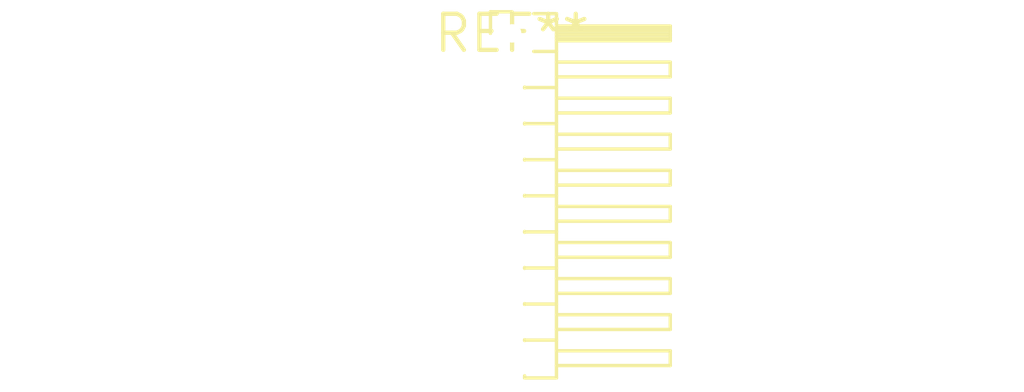
<source format=kicad_pcb>
(kicad_pcb (version 20240108) (generator pcbnew)
  (layers (0 "F.Cu" signal) (31 "B.Cu" signal) (34 "B.Paste" user) (35 "F.Paste" user) (36 "B.SilkS" user "B.Silkscreen") (37 "F.SilkS" user "F.Silkscreen") (38 "B.Mask" user) (39 "F.Mask" user) (44 "Edge.Cuts" user))
  (net 0 "")
  (footprint "PinHeader_1x10_P1.27mm_Horizontal" (layer "F.Cu") (at 0 0)
    (property "Reference" "REF**")
    (property "Value" "PinHeader_1x10_P1.27mm_Horizontal")
    (fp_line (start -0.76 -0.76) (end 0 -0.76) (layer "F.SilkS") (stroke (width 0.12)))
    (fp_line (start -0.76 0) (end -0.76 -0.76) (layer "F.SilkS") (stroke (width 0.12)))
    (fp_line (start 0.44 1.889677) (end 0.44 1.920323) (layer "F.SilkS") (stroke (width 0.12)))
    (fp_line (start 0.44 1.905) (end 1.56 1.905) (layer "F.SilkS") (stroke (width 0.12)))
    (fp_line (start 0.44 3.159677) (end 0.44 3.190323) (layer "F.SilkS") (stroke (width 0.12)))
    (fp_line (start 0.44 3.175) (end 1.56 3.175) (layer "F.SilkS") (stroke (width 0.12)))
    (fp_line (start 0.44 4.429677) (end 0.44 4.460323) (layer "F.SilkS") (stroke (width 0.12)))
    (fp_line (start 0.44 4.445) (end 1.56 4.445) (layer "F.SilkS") (stroke (width 0.12)))
    (fp_line (start 0.44 5.699677) (end 0.44 5.730323) (layer "F.SilkS") (stroke (width 0.12)))
    (fp_line (start 0.44 5.715) (end 1.56 5.715) (layer "F.SilkS") (stroke (width 0.12)))
    (fp_line (start 0.44 6.969677) (end 0.44 7.000323) (layer "F.SilkS") (stroke (width 0.12)))
    (fp_line (start 0.44 6.985) (end 1.56 6.985) (layer "F.SilkS") (stroke (width 0.12)))
    (fp_line (start 0.44 8.239677) (end 0.44 8.270323) (layer "F.SilkS") (stroke (width 0.12)))
    (fp_line (start 0.44 8.255) (end 1.56 8.255) (layer "F.SilkS") (stroke (width 0.12)))
    (fp_line (start 0.44 9.509677) (end 0.44 9.540323) (layer "F.SilkS") (stroke (width 0.12)))
    (fp_line (start 0.44 9.525) (end 1.56 9.525) (layer "F.SilkS") (stroke (width 0.12)))
    (fp_line (start 0.44 10.779677) (end 0.44 10.810323) (layer "F.SilkS") (stroke (width 0.12)))
    (fp_line (start 0.44 10.795) (end 1.56 10.795) (layer "F.SilkS") (stroke (width 0.12)))
    (fp_line (start 0.44 12.125) (end 0.44 12.049677) (layer "F.SilkS") (stroke (width 0.12)))
    (fp_line (start 0.76 -0.695) (end 1.56 -0.695) (layer "F.SilkS") (stroke (width 0.12)))
    (fp_line (start 0.76 0.635) (end 1.56 0.635) (layer "F.SilkS") (stroke (width 0.12)))
    (fp_line (start 1.56 -0.695) (end 1.56 12.125) (layer "F.SilkS") (stroke (width 0.12)))
    (fp_line (start 1.56 -0.26) (end 5.56 -0.26) (layer "F.SilkS") (stroke (width 0.12)))
    (fp_line (start 1.56 -0.2) (end 5.56 -0.2) (layer "F.SilkS") (stroke (width 0.12)))
    (fp_line (start 1.56 -0.08) (end 5.56 -0.08) (layer "F.SilkS") (stroke (width 0.12)))
    (fp_line (start 1.56 0.04) (end 5.56 0.04) (layer "F.SilkS") (stroke (width 0.12)))
    (fp_line (start 1.56 0.16) (end 5.56 0.16) (layer "F.SilkS") (stroke (width 0.12)))
    (fp_line (start 1.56 1.01) (end 5.56 1.01) (layer "F.SilkS") (stroke (width 0.12)))
    (fp_line (start 1.56 2.28) (end 5.56 2.28) (layer "F.SilkS") (stroke (width 0.12)))
    (fp_line (start 1.56 3.55) (end 5.56 3.55) (layer "F.SilkS") (stroke (width 0.12)))
    (fp_line (start 1.56 4.82) (end 5.56 4.82) (layer "F.SilkS") (stroke (width 0.12)))
    (fp_line (start 1.56 6.09) (end 5.56 6.09) (layer "F.SilkS") (stroke (width 0.12)))
    (fp_line (start 1.56 7.36) (end 5.56 7.36) (layer "F.SilkS") (stroke (width 0.12)))
    (fp_line (start 1.56 8.63) (end 5.56 8.63) (layer "F.SilkS") (stroke (width 0.12)))
    (fp_line (start 1.56 9.9) (end 5.56 9.9) (layer "F.SilkS") (stroke (width 0.12)))
    (fp_line (start 1.56 11.17) (end 5.56 11.17) (layer "F.SilkS") (stroke (width 0.12)))
    (fp_line (start 1.56 12.125) (end 0.44 12.125) (layer "F.SilkS") (stroke (width 0.12)))
    (fp_line (start 5.56 -0.26) (end 5.56 0.26) (layer "F.SilkS") (stroke (width 0.12)))
    (fp_line (start 5.56 0.26) (end 1.56 0.26) (layer "F.SilkS") (stroke (width 0.12)))
    (fp_line (start 5.56 1.01) (end 5.56 1.53) (layer "F.SilkS") (stroke (width 0.12)))
    (fp_line (start 5.56 1.53) (end 1.56 1.53) (layer "F.SilkS") (stroke (width 0.12)))
    (fp_line (start 5.56 2.28) (end 5.56 2.8) (layer "F.SilkS") (stroke (width 0.12)))
    (fp_line (start 5.56 2.8) (end 1.56 2.8) (layer "F.SilkS") (stroke (width 0.12)))
    (fp_line (start 5.56 3.55) (end 5.56 4.07) (layer "F.SilkS") (stroke (width 0.12)))
    (fp_line (start 5.56 4.07) (end 1.56 4.07) (layer "F.SilkS") (stroke (width 0.12)))
    (fp_line (start 5.56 4.82) (end 5.56 5.34) (layer "F.SilkS") (stroke (width 0.12)))
    (fp_line (start 5.56 5.34) (end 1.56 5.34) (layer "F.SilkS") (stroke (width 0.12)))
    (fp_line (start 5.56 6.09) (end 5.56 6.61) (layer "F.SilkS") (stroke (width 0.12)))
    (fp_line (start 5.56 6.61) (end 1.56 6.61) (layer "F.SilkS") (stroke (width 0.12)))
    (fp_line (start 5.56 7.36) (end 5.56 7.88) (layer "F.SilkS") (stroke (width 0.12)))
    (fp_line (start 5.56 7.88) (end 1.56 7.88) (layer "F.SilkS") (stroke (width 0.12)))
    (fp_line (start 5.56 8.63) (end 5.56 9.15) (layer "F.SilkS") (stroke (width 0.12)))
    (fp_line (start 5.56 9.15) (end 1.56 9.15) (layer "F.SilkS") (stroke (width 0.12)))
    (fp_line (start 5.56 9.9) (end 5.56 10.42) (layer "F.SilkS") (stroke (width 0.12)))
    (fp_line (start 5.56 10.42) (end 1.56 10.42) (layer "F.SilkS") (stroke (width 0.12)))
    (fp_line (start 5.56 11.17) (end 5.56 11.69) (layer "F.SilkS") (stroke (width 0.12)))
    (fp_line (start 5.56 11.69) (end 1.56 11.69) (layer "F.SilkS") (stroke (width 0.12)))
    (pad "1" thru_hole rect (at 0 0) (size 1 1) (drill 0.65) (layers *.Cu *.Mask) (remove_unused_layers))
    (pad "2" thru_hole oval (at 0 1.27) (size 1 1) (drill 0.65) (layers *.Cu *.Mask) (remove_unused_layers))
    (pad "3" thru_hole oval (at 0 2.54) (size 1 1) (drill 0.65) (layers *.Cu *.Mask) (remove_unused_layers))
    (pad "4" thru_hole oval (at 0 3.81) (size 1 1) (drill 0.65) (layers *.Cu *.Mask) (remove_unused_layers))
    (pad "5" thru_hole oval (at 0 5.08) (size 1 1) (drill 0.65) (layers *.Cu *.Mask) (remove_unused_layers))
    (pad "6" thru_hole oval (at 0 6.35) (size 1 1) (drill 0.65) (layers *.Cu *.Mask) (remove_unused_layers))
    (pad "7" thru_hole oval (at 0 7.62) (size 1 1) (drill 0.65) (layers *.Cu *.Mask) (remove_unused_layers))
    (pad "8" thru_hole oval (at 0 8.89) (size 1 1) (drill 0.65) (layers *.Cu *.Mask) (remove_unused_layers))
    (pad "9" thru_hole oval (at 0 10.16) (size 1 1) (drill 0.65) (layers *.Cu *.Mask) (remove_unused_layers))
    (pad "10" thru_hole oval (at 0 11.43) (size 1 1) (drill 0.65) (layers *.Cu *.Mask) (remove_unused_layers))
  )
)
</source>
